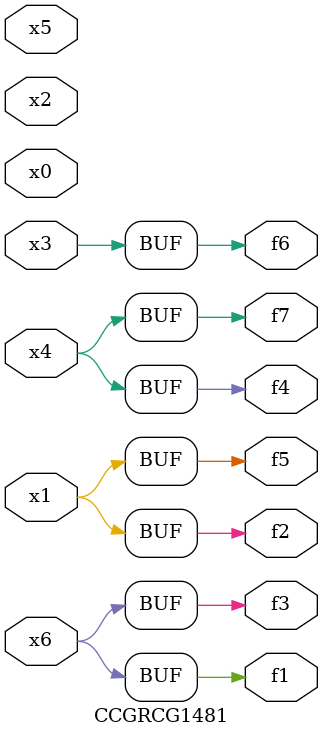
<source format=v>
module CCGRCG1481(
	input x0, x1, x2, x3, x4, x5, x6,
	output f1, f2, f3, f4, f5, f6, f7
);
	assign f1 = x6;
	assign f2 = x1;
	assign f3 = x6;
	assign f4 = x4;
	assign f5 = x1;
	assign f6 = x3;
	assign f7 = x4;
endmodule

</source>
